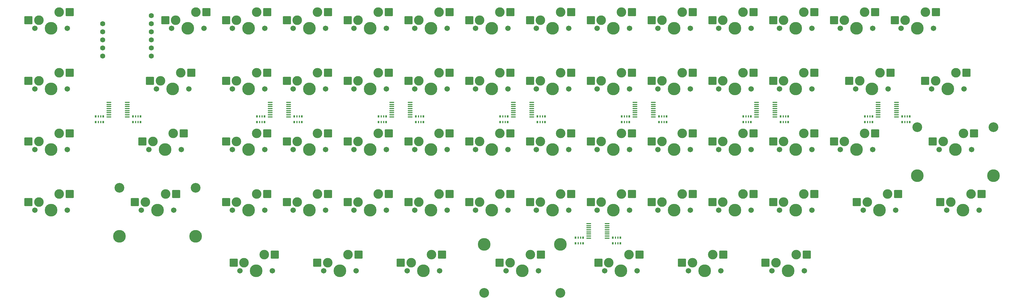
<source format=gbr>
%TF.GenerationSoftware,KiCad,Pcbnew,7.0.1*%
%TF.CreationDate,2023-05-09T15:13:21+09:00*%
%TF.ProjectId,Pherk60,50686572-6b36-4302-9e6b-696361645f70,rev?*%
%TF.SameCoordinates,Original*%
%TF.FileFunction,Soldermask,Bot*%
%TF.FilePolarity,Negative*%
%FSLAX46Y46*%
G04 Gerber Fmt 4.6, Leading zero omitted, Abs format (unit mm)*
G04 Created by KiCad (PCBNEW 7.0.1) date 2023-05-09 15:13:21*
%MOMM*%
%LPD*%
G01*
G04 APERTURE LIST*
G04 Aperture macros list*
%AMRoundRect*
0 Rectangle with rounded corners*
0 $1 Rounding radius*
0 $2 $3 $4 $5 $6 $7 $8 $9 X,Y pos of 4 corners*
0 Add a 4 corners polygon primitive as box body*
4,1,4,$2,$3,$4,$5,$6,$7,$8,$9,$2,$3,0*
0 Add four circle primitives for the rounded corners*
1,1,$1+$1,$2,$3*
1,1,$1+$1,$4,$5*
1,1,$1+$1,$6,$7*
1,1,$1+$1,$8,$9*
0 Add four rect primitives between the rounded corners*
20,1,$1+$1,$2,$3,$4,$5,0*
20,1,$1+$1,$4,$5,$6,$7,0*
20,1,$1+$1,$6,$7,$8,$9,0*
20,1,$1+$1,$8,$9,$2,$3,0*%
G04 Aperture macros list end*
%ADD10C,1.701800*%
%ADD11C,3.000000*%
%ADD12C,3.987800*%
%ADD13RoundRect,0.200000X-1.075000X-1.050000X1.075000X-1.050000X1.075000X1.050000X-1.075000X1.050000X0*%
%ADD14C,3.048000*%
%ADD15R,0.500000X0.800000*%
%ADD16R,0.400000X0.800000*%
%ADD17RoundRect,0.100000X-0.637500X-0.100000X0.637500X-0.100000X0.637500X0.100000X-0.637500X0.100000X0*%
%ADD18C,1.600000*%
G04 APERTURE END LIST*
D10*
%TO.C,SW50*%
X285432500Y-57150000D03*
D11*
X286702500Y-54610000D03*
D12*
X290512500Y-57150000D03*
D11*
X293052500Y-52070000D03*
D10*
X295592500Y-57150000D03*
D13*
X283427500Y-54610000D03*
X296354500Y-52070000D03*
%TD*%
D10*
%TO.C,SW24*%
X147320000Y-95250000D03*
D11*
X148590000Y-92710000D03*
D12*
X152400000Y-95250000D03*
D11*
X154940000Y-90170000D03*
D10*
X157480000Y-95250000D03*
D13*
X145315000Y-92710000D03*
X158242000Y-90170000D03*
%TD*%
D10*
%TO.C,SW52*%
X287813750Y-95250000D03*
D11*
X289083750Y-92710000D03*
D12*
X292893750Y-95250000D03*
D11*
X295433750Y-90170000D03*
D10*
X297973750Y-95250000D03*
D13*
X285808750Y-92710000D03*
X298735750Y-90170000D03*
%TD*%
D10*
%TO.C,SW17*%
X128270000Y-38100000D03*
D11*
X129540000Y-35560000D03*
D12*
X133350000Y-38100000D03*
D11*
X135890000Y-33020000D03*
D10*
X138430000Y-38100000D03*
D13*
X126265000Y-35560000D03*
X139192000Y-33020000D03*
%TD*%
D10*
%TO.C,SW12*%
X90170000Y-95250000D03*
D11*
X91440000Y-92710000D03*
D12*
X95250000Y-95250000D03*
D11*
X97790000Y-90170000D03*
D10*
X100330000Y-95250000D03*
D13*
X88165000Y-92710000D03*
X101092000Y-90170000D03*
%TD*%
D10*
%TO.C,SW28*%
X166370000Y-95250000D03*
D11*
X167640000Y-92710000D03*
D12*
X171450000Y-95250000D03*
D11*
X173990000Y-90170000D03*
D10*
X176530000Y-95250000D03*
D13*
X164365000Y-92710000D03*
X177292000Y-90170000D03*
%TD*%
D10*
%TO.C,SW31*%
X185420000Y-76200000D03*
D11*
X186690000Y-73660000D03*
D12*
X190500000Y-76200000D03*
D11*
X193040000Y-71120000D03*
D10*
X195580000Y-76200000D03*
D13*
X183415000Y-73660000D03*
X196342000Y-71120000D03*
%TD*%
D10*
%TO.C,SW11*%
X90170000Y-76200000D03*
D11*
X91440000Y-73660000D03*
D12*
X95250000Y-76200000D03*
D11*
X97790000Y-71120000D03*
D10*
X100330000Y-76200000D03*
D13*
X88165000Y-73660000D03*
X101092000Y-71120000D03*
%TD*%
D10*
%TO.C,SW3*%
X28257500Y-76200000D03*
D11*
X29527500Y-73660000D03*
D12*
X33337500Y-76200000D03*
D11*
X35877500Y-71120000D03*
D10*
X38417500Y-76200000D03*
D13*
X26252500Y-73660000D03*
X39179500Y-71120000D03*
%TD*%
D10*
%TO.C,SW39*%
X223520000Y-76200000D03*
D11*
X224790000Y-73660000D03*
D12*
X228600000Y-76200000D03*
D11*
X231140000Y-71120000D03*
D10*
X233680000Y-76200000D03*
D13*
X221515000Y-73660000D03*
X234442000Y-71120000D03*
%TD*%
D10*
%TO.C,SW9*%
X90170000Y-38100000D03*
D11*
X91440000Y-35560000D03*
D12*
X95250000Y-38100000D03*
D11*
X97790000Y-33020000D03*
D10*
X100330000Y-38100000D03*
D13*
X88165000Y-35560000D03*
X101092000Y-33020000D03*
%TD*%
D10*
%TO.C,SW1*%
X28257500Y-38100000D03*
D11*
X29527500Y-35560000D03*
D12*
X33337500Y-38100000D03*
D11*
X35877500Y-33020000D03*
D10*
X38417500Y-38100000D03*
D13*
X26252500Y-35560000D03*
X39179500Y-33020000D03*
%TD*%
D10*
%TO.C,SW6*%
X66357500Y-57150000D03*
D11*
X67627500Y-54610000D03*
D12*
X71437500Y-57150000D03*
D11*
X73977500Y-52070000D03*
D10*
X76517500Y-57150000D03*
D13*
X64352500Y-54610000D03*
X77279500Y-52070000D03*
%TD*%
D10*
%TO.C,SW13*%
X109220000Y-38100000D03*
D11*
X110490000Y-35560000D03*
D12*
X114300000Y-38100000D03*
D11*
X116840000Y-33020000D03*
D10*
X119380000Y-38100000D03*
D13*
X107215000Y-35560000D03*
X120142000Y-33020000D03*
%TD*%
D10*
%TO.C,SW58*%
X118745000Y-114300000D03*
D11*
X120015000Y-111760000D03*
D12*
X123825000Y-114300000D03*
D11*
X126365000Y-109220000D03*
D10*
X128905000Y-114300000D03*
D13*
X116740000Y-111760000D03*
X129667000Y-109220000D03*
%TD*%
D10*
%TO.C,SW35*%
X204470000Y-76200000D03*
D11*
X205740000Y-73660000D03*
D12*
X209550000Y-76200000D03*
D11*
X212090000Y-71120000D03*
D10*
X214630000Y-76200000D03*
D13*
X202465000Y-73660000D03*
X215392000Y-71120000D03*
%TD*%
D10*
%TO.C,SW61*%
X206851250Y-114300000D03*
D11*
X208121250Y-111760000D03*
D12*
X211931250Y-114300000D03*
D11*
X214471250Y-109220000D03*
D10*
X217011250Y-114300000D03*
D13*
X204846250Y-111760000D03*
X217773250Y-109220000D03*
%TD*%
D10*
%TO.C,SW43*%
X242570000Y-76200000D03*
D11*
X243840000Y-73660000D03*
D12*
X247650000Y-76200000D03*
D11*
X250190000Y-71120000D03*
D10*
X252730000Y-76200000D03*
D13*
X240565000Y-73660000D03*
X253492000Y-71120000D03*
%TD*%
D10*
%TO.C,SW62*%
X233045000Y-114300000D03*
D11*
X234315000Y-111760000D03*
D12*
X238125000Y-114300000D03*
D11*
X240665000Y-109220000D03*
D10*
X243205000Y-114300000D03*
D13*
X231040000Y-111760000D03*
X243967000Y-109220000D03*
%TD*%
D10*
%TO.C,SW54*%
X309245000Y-57150000D03*
D11*
X310515000Y-54610000D03*
D12*
X314325000Y-57150000D03*
D11*
X316865000Y-52070000D03*
D10*
X319405000Y-57150000D03*
D13*
X307240000Y-54610000D03*
X320167000Y-52070000D03*
%TD*%
D10*
%TO.C,SW44*%
X242570000Y-95250000D03*
D11*
X243840000Y-92710000D03*
D12*
X247650000Y-95250000D03*
D11*
X250190000Y-90170000D03*
D10*
X252730000Y-95250000D03*
D13*
X240565000Y-92710000D03*
X253492000Y-90170000D03*
%TD*%
D10*
%TO.C,SW16*%
X109220000Y-95250000D03*
D11*
X110490000Y-92710000D03*
D12*
X114300000Y-95250000D03*
D11*
X116840000Y-90170000D03*
D10*
X119380000Y-95250000D03*
D13*
X107215000Y-92710000D03*
X120142000Y-90170000D03*
%TD*%
D12*
%TO.C,SW60*%
X169037000Y-106045000D03*
D14*
X169037000Y-121285000D03*
D10*
X175895000Y-114300000D03*
D11*
X177165000Y-111760000D03*
D12*
X180975000Y-114300000D03*
D11*
X183515000Y-109220000D03*
D10*
X186055000Y-114300000D03*
D12*
X192913000Y-106045000D03*
D14*
X192913000Y-121285000D03*
D13*
X173890000Y-111760000D03*
X186817000Y-109220000D03*
%TD*%
D10*
%TO.C,SW27*%
X166370000Y-76200000D03*
D11*
X167640000Y-73660000D03*
D12*
X171450000Y-76200000D03*
D11*
X173990000Y-71120000D03*
D10*
X176530000Y-76200000D03*
D13*
X164365000Y-73660000D03*
X177292000Y-71120000D03*
%TD*%
D10*
%TO.C,SW26*%
X166370000Y-57150000D03*
D11*
X167640000Y-54610000D03*
D12*
X171450000Y-57150000D03*
D11*
X173990000Y-52070000D03*
D10*
X176530000Y-57150000D03*
D13*
X164365000Y-54610000D03*
X177292000Y-52070000D03*
%TD*%
D10*
%TO.C,SW42*%
X242570000Y-57150000D03*
D11*
X243840000Y-54610000D03*
D12*
X247650000Y-57150000D03*
D11*
X250190000Y-52070000D03*
D10*
X252730000Y-57150000D03*
D13*
X240565000Y-54610000D03*
X253492000Y-52070000D03*
%TD*%
D10*
%TO.C,SW23*%
X147320000Y-76200000D03*
D11*
X148590000Y-73660000D03*
D12*
X152400000Y-76200000D03*
D11*
X154940000Y-71120000D03*
D10*
X157480000Y-76200000D03*
D13*
X145315000Y-73660000D03*
X158242000Y-71120000D03*
%TD*%
D10*
%TO.C,SW5*%
X71120000Y-38100000D03*
D11*
X72390000Y-35560000D03*
D12*
X76200000Y-38100000D03*
D11*
X78740000Y-33020000D03*
D10*
X81280000Y-38100000D03*
D13*
X69115000Y-35560000D03*
X82042000Y-33020000D03*
%TD*%
D10*
%TO.C,SW57*%
X92551250Y-114300000D03*
D11*
X93821250Y-111760000D03*
D12*
X97631250Y-114300000D03*
D11*
X100171250Y-109220000D03*
D10*
X102711250Y-114300000D03*
D13*
X90546250Y-111760000D03*
X103473250Y-109220000D03*
%TD*%
D10*
%TO.C,SW33*%
X204470000Y-38100000D03*
D11*
X205740000Y-35560000D03*
D12*
X209550000Y-38100000D03*
D11*
X212090000Y-33020000D03*
D10*
X214630000Y-38100000D03*
D13*
X202465000Y-35560000D03*
X215392000Y-33020000D03*
%TD*%
D10*
%TO.C,SW48*%
X261620000Y-95250000D03*
D11*
X262890000Y-92710000D03*
D12*
X266700000Y-95250000D03*
D11*
X269240000Y-90170000D03*
D10*
X271780000Y-95250000D03*
D13*
X259615000Y-92710000D03*
X272542000Y-90170000D03*
%TD*%
D10*
%TO.C,SW49*%
X280670000Y-38100000D03*
D11*
X281940000Y-35560000D03*
D12*
X285750000Y-38100000D03*
D11*
X288290000Y-33020000D03*
D10*
X290830000Y-38100000D03*
D13*
X278665000Y-35560000D03*
X291592000Y-33020000D03*
%TD*%
D14*
%TO.C,SW55*%
X304768250Y-69215000D03*
D12*
X304768250Y-84455000D03*
D10*
X311626250Y-76200000D03*
D11*
X312896250Y-73660000D03*
D12*
X316706250Y-76200000D03*
D11*
X319246250Y-71120000D03*
D10*
X321786250Y-76200000D03*
D14*
X328644250Y-69215000D03*
D12*
X328644250Y-84455000D03*
D13*
X309621250Y-73660000D03*
X322548250Y-71120000D03*
%TD*%
D10*
%TO.C,SW38*%
X223520000Y-57150000D03*
D11*
X224790000Y-54610000D03*
D12*
X228600000Y-57150000D03*
D11*
X231140000Y-52070000D03*
D10*
X233680000Y-57150000D03*
D13*
X221515000Y-54610000D03*
X234442000Y-52070000D03*
%TD*%
D10*
%TO.C,SW32*%
X185420000Y-95250000D03*
D11*
X186690000Y-92710000D03*
D12*
X190500000Y-95250000D03*
D11*
X193040000Y-90170000D03*
D10*
X195580000Y-95250000D03*
D13*
X183415000Y-92710000D03*
X196342000Y-90170000D03*
%TD*%
D10*
%TO.C,SW7*%
X63976250Y-76200000D03*
D11*
X65246250Y-73660000D03*
D12*
X69056250Y-76200000D03*
D11*
X71596250Y-71120000D03*
D10*
X74136250Y-76200000D03*
D13*
X61971250Y-73660000D03*
X74898250Y-71120000D03*
%TD*%
D10*
%TO.C,SW15*%
X109220000Y-76200000D03*
D11*
X110490000Y-73660000D03*
D12*
X114300000Y-76200000D03*
D11*
X116840000Y-71120000D03*
D10*
X119380000Y-76200000D03*
D13*
X107215000Y-73660000D03*
X120142000Y-71120000D03*
%TD*%
D10*
%TO.C,SW29*%
X185420000Y-38100000D03*
D11*
X186690000Y-35560000D03*
D12*
X190500000Y-38100000D03*
D11*
X193040000Y-33020000D03*
D10*
X195580000Y-38100000D03*
D13*
X183415000Y-35560000D03*
X196342000Y-33020000D03*
%TD*%
D10*
%TO.C,SW2*%
X28257500Y-57150000D03*
D11*
X29527500Y-54610000D03*
D12*
X33337500Y-57150000D03*
D11*
X35877500Y-52070000D03*
D10*
X38417500Y-57150000D03*
D13*
X26252500Y-54610000D03*
X39179500Y-52070000D03*
%TD*%
D10*
%TO.C,SW22*%
X147320000Y-57150000D03*
D11*
X148590000Y-54610000D03*
D12*
X152400000Y-57150000D03*
D11*
X154940000Y-52070000D03*
D10*
X157480000Y-57150000D03*
D13*
X145315000Y-54610000D03*
X158242000Y-52070000D03*
%TD*%
D10*
%TO.C,SW19*%
X128270000Y-76200000D03*
D11*
X129540000Y-73660000D03*
D12*
X133350000Y-76200000D03*
D11*
X135890000Y-71120000D03*
D10*
X138430000Y-76200000D03*
D13*
X126265000Y-73660000D03*
X139192000Y-71120000D03*
%TD*%
D10*
%TO.C,SW21*%
X147320000Y-38100000D03*
D11*
X148590000Y-35560000D03*
D12*
X152400000Y-38100000D03*
D11*
X154940000Y-33020000D03*
D10*
X157480000Y-38100000D03*
D13*
X145315000Y-35560000D03*
X158242000Y-33020000D03*
%TD*%
D10*
%TO.C,SW25*%
X166370000Y-38100000D03*
D11*
X167640000Y-35560000D03*
D12*
X171450000Y-38100000D03*
D11*
X173990000Y-33020000D03*
D10*
X176530000Y-38100000D03*
D13*
X164365000Y-35560000D03*
X177292000Y-33020000D03*
%TD*%
D10*
%TO.C,SW47*%
X261620000Y-76200000D03*
D11*
X262890000Y-73660000D03*
D12*
X266700000Y-76200000D03*
D11*
X269240000Y-71120000D03*
D10*
X271780000Y-76200000D03*
D13*
X259615000Y-73660000D03*
X272542000Y-71120000D03*
%TD*%
D14*
%TO.C,SW8*%
X54737000Y-88265000D03*
D12*
X54737000Y-103505000D03*
D10*
X61595000Y-95250000D03*
D11*
X62865000Y-92710000D03*
D12*
X66675000Y-95250000D03*
D11*
X69215000Y-90170000D03*
D10*
X71755000Y-95250000D03*
D14*
X78613000Y-88265000D03*
D12*
X78613000Y-103505000D03*
D13*
X59590000Y-92710000D03*
X72517000Y-90170000D03*
%TD*%
D10*
%TO.C,SW37*%
X223520000Y-38100000D03*
D11*
X224790000Y-35560000D03*
D12*
X228600000Y-38100000D03*
D11*
X231140000Y-33020000D03*
D10*
X233680000Y-38100000D03*
D13*
X221515000Y-35560000D03*
X234442000Y-33020000D03*
%TD*%
D10*
%TO.C,SW34*%
X204470000Y-57150000D03*
D11*
X205740000Y-54610000D03*
D12*
X209550000Y-57150000D03*
D11*
X212090000Y-52070000D03*
D10*
X214630000Y-57150000D03*
D13*
X202465000Y-54610000D03*
X215392000Y-52070000D03*
%TD*%
D10*
%TO.C,SW18*%
X128270000Y-57150000D03*
D11*
X129540000Y-54610000D03*
D12*
X133350000Y-57150000D03*
D11*
X135890000Y-52070000D03*
D10*
X138430000Y-57150000D03*
D13*
X126265000Y-54610000D03*
X139192000Y-52070000D03*
%TD*%
D10*
%TO.C,SW59*%
X144938750Y-114300000D03*
D11*
X146208750Y-111760000D03*
D12*
X150018750Y-114300000D03*
D11*
X152558750Y-109220000D03*
D10*
X155098750Y-114300000D03*
D13*
X142933750Y-111760000D03*
X155860750Y-109220000D03*
%TD*%
D10*
%TO.C,SW36*%
X204470000Y-95250000D03*
D11*
X205740000Y-92710000D03*
D12*
X209550000Y-95250000D03*
D11*
X212090000Y-90170000D03*
D10*
X214630000Y-95250000D03*
D13*
X202465000Y-92710000D03*
X215392000Y-90170000D03*
%TD*%
D10*
%TO.C,SW63*%
X259238750Y-114300000D03*
D11*
X260508750Y-111760000D03*
D12*
X264318750Y-114300000D03*
D11*
X266858750Y-109220000D03*
D10*
X269398750Y-114300000D03*
D13*
X257233750Y-111760000D03*
X270160750Y-109220000D03*
%TD*%
D10*
%TO.C,SW45*%
X261620000Y-38100000D03*
D11*
X262890000Y-35560000D03*
D12*
X266700000Y-38100000D03*
D11*
X269240000Y-33020000D03*
D10*
X271780000Y-38100000D03*
D13*
X259615000Y-35560000D03*
X272542000Y-33020000D03*
%TD*%
D10*
%TO.C,SW14*%
X109220000Y-57150000D03*
D11*
X110490000Y-54610000D03*
D12*
X114300000Y-57150000D03*
D11*
X116840000Y-52070000D03*
D10*
X119380000Y-57150000D03*
D13*
X107215000Y-54610000D03*
X120142000Y-52070000D03*
%TD*%
D10*
%TO.C,SW40*%
X223520000Y-95250000D03*
D11*
X224790000Y-92710000D03*
D12*
X228600000Y-95250000D03*
D11*
X231140000Y-90170000D03*
D10*
X233680000Y-95250000D03*
D13*
X221515000Y-92710000D03*
X234442000Y-90170000D03*
%TD*%
D10*
%TO.C,SW10*%
X90170000Y-57150000D03*
D11*
X91440000Y-54610000D03*
D12*
X95250000Y-57150000D03*
D11*
X97790000Y-52070000D03*
D10*
X100330000Y-57150000D03*
D13*
X88165000Y-54610000D03*
X101092000Y-52070000D03*
%TD*%
D10*
%TO.C,SW51*%
X280670000Y-76200000D03*
D11*
X281940000Y-73660000D03*
D12*
X285750000Y-76200000D03*
D11*
X288290000Y-71120000D03*
D10*
X290830000Y-76200000D03*
D13*
X278665000Y-73660000D03*
X291592000Y-71120000D03*
%TD*%
D10*
%TO.C,SW4*%
X28257500Y-95250000D03*
D11*
X29527500Y-92710000D03*
D12*
X33337500Y-95250000D03*
D11*
X35877500Y-90170000D03*
D10*
X38417500Y-95250000D03*
D13*
X26252500Y-92710000D03*
X39179500Y-90170000D03*
%TD*%
D10*
%TO.C,SW41*%
X242570000Y-38100000D03*
D11*
X243840000Y-35560000D03*
D12*
X247650000Y-38100000D03*
D11*
X250190000Y-33020000D03*
D10*
X252730000Y-38100000D03*
D13*
X240565000Y-35560000D03*
X253492000Y-33020000D03*
%TD*%
D10*
%TO.C,SW20*%
X128270000Y-95250000D03*
D11*
X129540000Y-92710000D03*
D12*
X133350000Y-95250000D03*
D11*
X135890000Y-90170000D03*
D10*
X138430000Y-95250000D03*
D13*
X126265000Y-92710000D03*
X139192000Y-90170000D03*
%TD*%
D10*
%TO.C,SW46*%
X261620000Y-57150000D03*
D11*
X262890000Y-54610000D03*
D12*
X266700000Y-57150000D03*
D11*
X269240000Y-52070000D03*
D10*
X271780000Y-57150000D03*
D13*
X259615000Y-54610000D03*
X272542000Y-52070000D03*
%TD*%
D10*
%TO.C,SW53*%
X299720000Y-38100000D03*
D11*
X300990000Y-35560000D03*
D12*
X304800000Y-38100000D03*
D11*
X307340000Y-33020000D03*
D10*
X309880000Y-38100000D03*
D13*
X297715000Y-35560000D03*
X310642000Y-33020000D03*
%TD*%
D10*
%TO.C,SW56*%
X314007500Y-95250000D03*
D11*
X315277500Y-92710000D03*
D12*
X319087500Y-95250000D03*
D11*
X321627500Y-90170000D03*
D10*
X324167500Y-95250000D03*
D13*
X312002500Y-92710000D03*
X324929500Y-90170000D03*
%TD*%
D10*
%TO.C,SW30*%
X185420000Y-57150000D03*
D11*
X186690000Y-54610000D03*
D12*
X190500000Y-57150000D03*
D11*
X193040000Y-52070000D03*
D10*
X195580000Y-57150000D03*
D13*
X183415000Y-54610000D03*
X196342000Y-52070000D03*
%TD*%
D15*
%TO.C,RN3*%
X100260000Y-67638500D03*
D16*
X99460000Y-67638500D03*
X98660000Y-67638500D03*
D15*
X97860000Y-67638500D03*
X97860000Y-65838500D03*
D16*
X98660000Y-65838500D03*
X99460000Y-65838500D03*
D15*
X100260000Y-65838500D03*
%TD*%
%TO.C,RN7*%
X176460000Y-67638500D03*
D16*
X175660000Y-67638500D03*
X174860000Y-67638500D03*
D15*
X174060000Y-67638500D03*
X174060000Y-65838500D03*
D16*
X174860000Y-65838500D03*
X175660000Y-65838500D03*
D15*
X176460000Y-65838500D03*
%TD*%
D17*
%TO.C,U8*%
X201861500Y-104065500D03*
X201861500Y-103415500D03*
X201861500Y-102765500D03*
X201861500Y-102115500D03*
X201861500Y-101465500D03*
X201861500Y-100815500D03*
X201861500Y-100165500D03*
X201861500Y-99515500D03*
X207586500Y-99515500D03*
X207586500Y-100165500D03*
X207586500Y-100815500D03*
X207586500Y-101465500D03*
X207586500Y-102115500D03*
X207586500Y-102765500D03*
X207586500Y-103415500D03*
X207586500Y-104065500D03*
%TD*%
D15*
%TO.C,RN5*%
X138360000Y-67638500D03*
D16*
X137560000Y-67638500D03*
X136760000Y-67638500D03*
D15*
X135960000Y-67638500D03*
X135960000Y-65838500D03*
D16*
X136760000Y-65838500D03*
X137560000Y-65838500D03*
D15*
X138360000Y-65838500D03*
%TD*%
%TO.C,RN15*%
X200082000Y-105738500D03*
D16*
X199282000Y-105738500D03*
X198482000Y-105738500D03*
D15*
X197682000Y-105738500D03*
X197682000Y-103938500D03*
D16*
X198482000Y-103938500D03*
X199282000Y-103938500D03*
D15*
X200082000Y-103938500D03*
%TD*%
%TO.C,RN4*%
X109544000Y-65838500D03*
D16*
X110344000Y-65838500D03*
X111144000Y-65838500D03*
D15*
X111944000Y-65838500D03*
X111944000Y-67638500D03*
D16*
X111144000Y-67638500D03*
X110344000Y-67638500D03*
D15*
X109544000Y-67638500D03*
%TD*%
%TO.C,RN6*%
X147644000Y-65838500D03*
D16*
X148444000Y-65838500D03*
X149244000Y-65838500D03*
D15*
X150044000Y-65838500D03*
X150044000Y-67638500D03*
D16*
X149244000Y-67638500D03*
X148444000Y-67638500D03*
D15*
X147644000Y-67638500D03*
%TD*%
%TO.C,RN12*%
X261944000Y-65838500D03*
D16*
X262744000Y-65838500D03*
X263544000Y-65838500D03*
D15*
X264344000Y-65838500D03*
X264344000Y-67638500D03*
D16*
X263544000Y-67638500D03*
X262744000Y-67638500D03*
D15*
X261944000Y-67638500D03*
%TD*%
D18*
%TO.C,U9*%
X49530000Y-36672500D03*
X49530000Y-39212500D03*
X49530000Y-41752500D03*
X49530000Y-44292500D03*
X49530000Y-46832500D03*
X64770000Y-46832500D03*
X64770000Y-44292500D03*
X64770000Y-41752500D03*
X64770000Y-39212500D03*
X64770000Y-36672500D03*
X64770000Y-34132500D03*
%TD*%
D17*
%TO.C,U4*%
X178239500Y-65965500D03*
X178239500Y-65315500D03*
X178239500Y-64665500D03*
X178239500Y-64015500D03*
X178239500Y-63365500D03*
X178239500Y-62715500D03*
X178239500Y-62065500D03*
X178239500Y-61415500D03*
X183964500Y-61415500D03*
X183964500Y-62065500D03*
X183964500Y-62715500D03*
X183964500Y-63365500D03*
X183964500Y-64015500D03*
X183964500Y-64665500D03*
X183964500Y-65315500D03*
X183964500Y-65965500D03*
%TD*%
D15*
%TO.C,RN1*%
X49714000Y-67638500D03*
D16*
X48914000Y-67638500D03*
X48114000Y-67638500D03*
D15*
X47314000Y-67638500D03*
X47314000Y-65838500D03*
D16*
X48114000Y-65838500D03*
X48914000Y-65838500D03*
D15*
X49714000Y-65838500D03*
%TD*%
%TO.C,RN8*%
X185744000Y-65838500D03*
D16*
X186544000Y-65838500D03*
X187344000Y-65838500D03*
D15*
X188144000Y-65838500D03*
X188144000Y-67638500D03*
D16*
X187344000Y-67638500D03*
X186544000Y-67638500D03*
D15*
X185744000Y-67638500D03*
%TD*%
%TO.C,RN2*%
X58998000Y-65838500D03*
D16*
X59798000Y-65838500D03*
X60598000Y-65838500D03*
D15*
X61398000Y-65838500D03*
X61398000Y-67638500D03*
D16*
X60598000Y-67638500D03*
X59798000Y-67638500D03*
D15*
X58998000Y-67638500D03*
%TD*%
D17*
%TO.C,U7*%
X292539500Y-65965500D03*
X292539500Y-65315500D03*
X292539500Y-64665500D03*
X292539500Y-64015500D03*
X292539500Y-63365500D03*
X292539500Y-62715500D03*
X292539500Y-62065500D03*
X292539500Y-61415500D03*
X298264500Y-61415500D03*
X298264500Y-62065500D03*
X298264500Y-62715500D03*
X298264500Y-63365500D03*
X298264500Y-64015500D03*
X298264500Y-64665500D03*
X298264500Y-65315500D03*
X298264500Y-65965500D03*
%TD*%
D15*
%TO.C,RN16*%
X209366000Y-103938500D03*
D16*
X210166000Y-103938500D03*
X210966000Y-103938500D03*
D15*
X211766000Y-103938500D03*
X211766000Y-105738500D03*
D16*
X210966000Y-105738500D03*
X210166000Y-105738500D03*
D15*
X209366000Y-105738500D03*
%TD*%
%TO.C,RN11*%
X252660000Y-67638500D03*
D16*
X251860000Y-67638500D03*
X251060000Y-67638500D03*
D15*
X250260000Y-67638500D03*
X250260000Y-65838500D03*
D16*
X251060000Y-65838500D03*
X251860000Y-65838500D03*
D15*
X252660000Y-65838500D03*
%TD*%
%TO.C,RN13*%
X290760000Y-67638500D03*
D16*
X289960000Y-67638500D03*
X289160000Y-67638500D03*
D15*
X288360000Y-67638500D03*
X288360000Y-65838500D03*
D16*
X289160000Y-65838500D03*
X289960000Y-65838500D03*
D15*
X290760000Y-65838500D03*
%TD*%
%TO.C,RN9*%
X214560000Y-67638500D03*
D16*
X213760000Y-67638500D03*
X212960000Y-67638500D03*
D15*
X212160000Y-67638500D03*
X212160000Y-65838500D03*
D16*
X212960000Y-65838500D03*
X213760000Y-65838500D03*
D15*
X214560000Y-65838500D03*
%TD*%
D17*
%TO.C,U5*%
X216339500Y-65965500D03*
X216339500Y-65315500D03*
X216339500Y-64665500D03*
X216339500Y-64015500D03*
X216339500Y-63365500D03*
X216339500Y-62715500D03*
X216339500Y-62065500D03*
X216339500Y-61415500D03*
X222064500Y-61415500D03*
X222064500Y-62065500D03*
X222064500Y-62715500D03*
X222064500Y-63365500D03*
X222064500Y-64015500D03*
X222064500Y-64665500D03*
X222064500Y-65315500D03*
X222064500Y-65965500D03*
%TD*%
%TO.C,U1*%
X51493500Y-65965500D03*
X51493500Y-65315500D03*
X51493500Y-64665500D03*
X51493500Y-64015500D03*
X51493500Y-63365500D03*
X51493500Y-62715500D03*
X51493500Y-62065500D03*
X51493500Y-61415500D03*
X57218500Y-61415500D03*
X57218500Y-62065500D03*
X57218500Y-62715500D03*
X57218500Y-63365500D03*
X57218500Y-64015500D03*
X57218500Y-64665500D03*
X57218500Y-65315500D03*
X57218500Y-65965500D03*
%TD*%
%TO.C,U6*%
X254439500Y-65965500D03*
X254439500Y-65315500D03*
X254439500Y-64665500D03*
X254439500Y-64015500D03*
X254439500Y-63365500D03*
X254439500Y-62715500D03*
X254439500Y-62065500D03*
X254439500Y-61415500D03*
X260164500Y-61415500D03*
X260164500Y-62065500D03*
X260164500Y-62715500D03*
X260164500Y-63365500D03*
X260164500Y-64015500D03*
X260164500Y-64665500D03*
X260164500Y-65315500D03*
X260164500Y-65965500D03*
%TD*%
%TO.C,U3*%
X140139500Y-65965500D03*
X140139500Y-65315500D03*
X140139500Y-64665500D03*
X140139500Y-64015500D03*
X140139500Y-63365500D03*
X140139500Y-62715500D03*
X140139500Y-62065500D03*
X140139500Y-61415500D03*
X145864500Y-61415500D03*
X145864500Y-62065500D03*
X145864500Y-62715500D03*
X145864500Y-63365500D03*
X145864500Y-64015500D03*
X145864500Y-64665500D03*
X145864500Y-65315500D03*
X145864500Y-65965500D03*
%TD*%
%TO.C,U2*%
X102039500Y-65965500D03*
X102039500Y-65315500D03*
X102039500Y-64665500D03*
X102039500Y-64015500D03*
X102039500Y-63365500D03*
X102039500Y-62715500D03*
X102039500Y-62065500D03*
X102039500Y-61415500D03*
X107764500Y-61415500D03*
X107764500Y-62065500D03*
X107764500Y-62715500D03*
X107764500Y-63365500D03*
X107764500Y-64015500D03*
X107764500Y-64665500D03*
X107764500Y-65315500D03*
X107764500Y-65965500D03*
%TD*%
D15*
%TO.C,RN14*%
X300044000Y-65838500D03*
D16*
X300844000Y-65838500D03*
X301644000Y-65838500D03*
D15*
X302444000Y-65838500D03*
X302444000Y-67638500D03*
D16*
X301644000Y-67638500D03*
X300844000Y-67638500D03*
D15*
X300044000Y-67638500D03*
%TD*%
%TO.C,RN10*%
X223844000Y-65838500D03*
D16*
X224644000Y-65838500D03*
X225444000Y-65838500D03*
D15*
X226244000Y-65838500D03*
X226244000Y-67638500D03*
D16*
X225444000Y-67638500D03*
X224644000Y-67638500D03*
D15*
X223844000Y-67638500D03*
%TD*%
M02*

</source>
